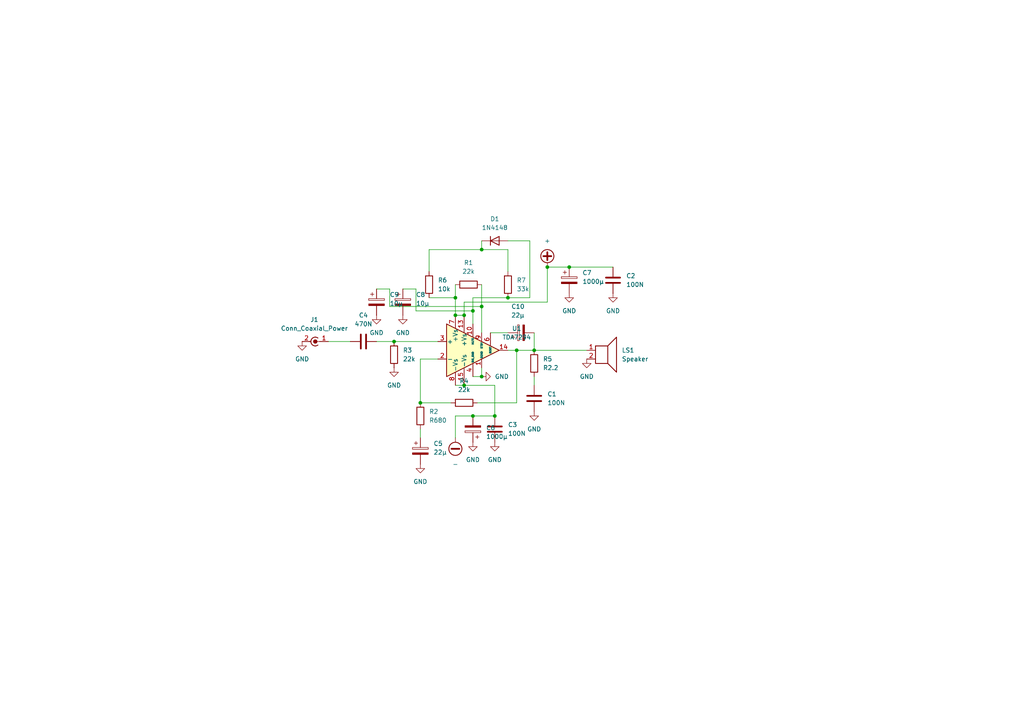
<source format=kicad_sch>
(kicad_sch (version 20231120) (generator "eeschema") (generator_version "8.0")
  (paper "A4")
  (lib_symbols
    (symbol "Amplifier_Audio:TDA7294" (pin_names (offset 0.127))
      (property "Reference" "U" (at 10.16 6.35 0))
      (property "Value" "TDA7294" (at 10.16 3.81 0))
      (symbol "TDA7294_0_1"
        (polyline (pts (xy -7.62 7.62) (xy 7.62 0) (xy -7.62 -7.62) (xy -7.62 7.62)) (stroke (width 0.254)) (fill (type background)))
      )
      (symbol "TDA7294_1_1"
        (pin power_in line (at 2.54 -5.08 90) (length 2.54) (name "SGND") (number "1"))
        (pin input line (at 0 7.62 270) (length 3.81) (name "MUTE") (number "10"))
        (pin no_connect line (at 0 2.54 270) (length 2.54) hide (name "NC") (number "11"))
        (pin no_connect line (at 2.54 2.54 270) (length 2.54) hide (name "NC") (number "12"))
        (pin power_in line (at -2.54 10.16 270) (length 5.08) (name "+Vs") (number "13"))
        (pin output line (at 10.16 0 180) (length 2.54) (name "~") (number "14"))
        (pin power_in line (at -2.54 -10.16 90) (length 5.08) (name "-Vs") (number "15"))
        (pin input line (at -10.16 -2.54 0) (length 2.54) (name "-") (number "2"))
        (pin input line (at -10.16 2.54 0) (length 2.54) (name "+") (number "3"))
        (pin power_in line (at 0 -7.62 90) (length 3.81) (name "SIG_GND") (number "4"))
        (pin no_connect line (at -2.54 2.54 270) (length 2.54) hide (name "NC") (number "5"))
        (pin passive line (at 5.08 5.08 270) (length 3.81) (name "BOOT") (number "6"))
        (pin power_in line (at -5.08 10.16 270) (length 3.81) (name "+Vs") (number "7"))
        (pin power_in line (at -5.08 -10.16 90) (length 3.81) (name "-Vs") (number "8"))
        (pin input line (at 2.54 5.08 270) (length 2.54) (name "STBY") (number "9"))
      )
    )
    (symbol "Connector:Conn_Coaxial_Power" (pin_names (offset 1.016) hide)
      (property "Reference" "J" (at -5.08 -1.27 90))
      (property "Value" "Conn_Coaxial_Power" (at -3.175 -1.27 90))
      (symbol "Conn_Coaxial_Power_0_1"
        (arc (start -1.27 -1.27) (mid 0 -2.5345) (end 1.27 -1.27) (stroke (width 0.254)))
        (arc (start -1.016 -0.508) (mid -1.2048 -0.8684) (end -1.27 -1.27) (stroke (width 0.254)))
        (circle (center 0 -1.27) (radius 0.508) (stroke (width 0.2032)) (fill (type outline)))
        (polyline (pts (xy 0 -2.54) (xy 0 -3.048)))
        (polyline (pts (xy 0 0) (xy 0 -1.27)))
        (arc (start 1.27 -1.27) (mid 1.2048 -0.8684) (end 1.016 -0.508) (stroke (width 0.254)))
      )
      (symbol "Conn_Coaxial_Power_1_1"
        (pin passive line (at 0 2.54 270) (length 2.54) (name "In") (number "1"))
        (pin passive line (at 0 -5.08 90) (length 2.54) (name "Ext") (number "2"))
      )
    )
    (symbol "Device:C" (pin_numbers hide) (pin_names (offset 0.254))
      (property "Reference" "C" (at 0.635 2.54 0))
      (property "Value" "C" (at 0.635 -2.54 0))
      (symbol "C_0_1"
        (polyline (pts (xy -2.032 -0.762) (xy 2.032 -0.762)) (stroke (width 0.508)))
        (polyline (pts (xy -2.032 0.762) (xy 2.032 0.762)) (stroke (width 0.508)))
      )
      (symbol "C_1_1"
        (pin passive line (at 0 3.81 270) (length 2.794) (name "~") (number "1"))
        (pin passive line (at 0 -3.81 90) (length 2.794) (name "~") (number "2"))
      )
    )
    (symbol "Device:C_Polarized" (pin_numbers hide) (pin_names (offset 0.254))
      (property "Reference" "C" (at 0.635 2.54 0))
      (property "Value" "C_Polarized" (at 0.635 -2.54 0))
      (symbol "C_Polarized_0_1"
        (rectangle (start -2.286 0.508) (end 2.286 1.016))
        (polyline (pts (xy -1.778 2.286) (xy -0.762 2.286)))
        (polyline (pts (xy -1.27 2.794) (xy -1.27 1.778)))
        (rectangle (start 2.286 -0.508) (end -2.286 -1.016) (fill (type outline)))
      )
      (symbol "C_Polarized_1_1"
        (pin passive line (at 0 3.81 270) (length 2.794) (name "~") (number "1"))
        (pin passive line (at 0 -3.81 90) (length 2.794) (name "~") (number "2"))
      )
    )
    (symbol "Device:R" (pin_numbers hide) (pin_names (offset 0))
      (property "Reference" "R" (at 2.032 0 90))
      (property "Value" "R" (at 0 0 90))
      (symbol "R_0_1"
        (rectangle (start -1.016 -2.54) (end 1.016 2.54) (stroke (width 0.254)))
      )
      (symbol "R_1_1"
        (pin passive line (at 0 3.81 270) (length 1.27) (name "~") (number "1"))
        (pin passive line (at 0 -3.81 90) (length 1.27) (name "~") (number "2"))
      )
    )
    (symbol "Device:Speaker" (pin_names (offset 0) hide)
      (property "Reference" "LS" (at 1.27 5.715 0))
      (property "Value" "Speaker" (at 1.27 3.81 0))
      (symbol "Speaker_0_0"
        (rectangle (start -2.54 1.27) (end 1.016 -3.81) (stroke (width 0.254)))
        (polyline (pts (xy 1.016 1.27) (xy 3.556 3.81) (xy 3.556 -6.35) (xy 1.016 -3.81)) (stroke (width 0.254)))
      )
      (symbol "Speaker_1_1"
        (pin input line (at -5.08 0 0) (length 2.54) (name "1") (number "1"))
        (pin input line (at -5.08 -2.54 0) (length 2.54) (name "2") (number "2"))
      )
    )
    (symbol "Diode:1N4148" (pin_numbers hide) (pin_names hide)
      (property "Reference" "D" (at 0 2.54 0))
      (property "Value" "1N4148" (at 0 -2.54 0))
      (symbol "1N4148_0_1"
        (polyline (pts (xy -1.27 1.27) (xy -1.27 -1.27)) (stroke (width 0.254)))
        (polyline (pts (xy 1.27 0) (xy -1.27 0)))
        (polyline (pts (xy 1.27 1.27) (xy 1.27 -1.27) (xy -1.27 0) (xy 1.27 1.27)) (stroke (width 0.254)))
      )
      (symbol "1N4148_1_1"
        (pin passive line (at -3.81 0 0) (length 2.54) (name "K") (number "1"))
        (pin passive line (at 3.81 0 180) (length 2.54) (name "A") (number "2"))
      )
    )
    (symbol "R_1" (pin_numbers hide) (pin_names (offset 0))
      (property "Reference" "R" (at 2.032 0 90))
      (property "Value" "R" (at 0 0 90))
      (symbol "R_1_0_1"
        (rectangle (start -1.016 -2.54) (end 1.016 2.54) (stroke (width 0.254)))
      )
      (symbol "R_1_1_1"
        (pin passive line (at 0 3.81 270) (length 1.27) (name "~") (number "1"))
        (pin passive line (at 0 -3.81 90) (length 1.27) (name "~") (number "2"))
      )
    )
    (symbol "power:+VDC" (power) (pin_numbers hide) (pin_names (offset 0) hide)
      (property "Value" "+VDC" (at 0 6.35 0))
      (symbol "+VDC_0_1"
        (polyline (pts (xy -1.143 3.175) (xy 1.143 3.175)) (stroke (width 0.508)))
        (polyline (pts (xy 0 0) (xy 0 1.27)))
        (polyline (pts (xy 0 2.032) (xy 0 4.318)) (stroke (width 0.508)))
        (circle (center 0 3.175) (radius 1.905) (stroke (width 0.254)))
      )
      (symbol "+VDC_1_1"
        (pin power_in line (at 0 0 90) (length 0) (name "~") (number "1"))
      )
    )
    (symbol "power:-VDC" (power) (pin_numbers hide) (pin_names (offset 0) hide)
      (property "Value" "-VDC" (at 0 6.35 0))
      (symbol "-VDC_0_1"
        (polyline (pts (xy -1.143 3.175) (xy 1.143 3.175)) (stroke (width 0.508)))
        (polyline (pts (xy 0 0) (xy 0 1.27)))
        (circle (center 0 3.175) (radius 1.905) (stroke (width 0.254)))
      )
      (symbol "-VDC_1_1"
        (pin power_in line (at 0 0 90) (length 0) (name "~") (number "1"))
      )
    )
    (symbol "power:GND" (power) (pin_numbers hide) (pin_names (offset 0) hide)
      (property "Value" "GND" (at 0 -3.81 0))
      (symbol "GND_0_1"
        (polyline (pts (xy 0 0) (xy 0 -1.27) (xy 1.27 -1.27) (xy 0 -2.54) (xy -1.27 -1.27) (xy 0 -1.27)))
      )
      (symbol "GND_1_1"
        (pin power_in line (at 0 0 270) (length 0) (name "~") (number "1"))
      )
    )
  )
  (junction (at 121.92 116.84))
  (junction (at 132.08 86.36))
  (junction (at 165.1 77.47))
  (junction (at 143.51 120.65))
  (junction (at 139.7 72.39))
  (junction (at 132.08 91.44))
  (junction (at 139.7 109.22))
  (junction (at 114.3 99.06))
  (junction (at 147.32 86.36))
  (junction (at 154.94 101.6))
  (junction (at 139.7 88.9))
  (junction (at 137.16 120.65))
  (junction (at 137.16 90.17))
  (junction (at 149.86 101.6))
  (junction (at 134.62 91.44))
  (junction (at 134.62 111.76))
  (junction (at 158.75 77.47))
  (wire (pts (xy 154.94 101.6) (xy 170.18 101.6)))
  (wire (pts (xy 132.08 82.55) (xy 132.08 86.36)))
  (wire (pts (xy 127 104.14) (xy 121.92 104.14)))
  (wire (pts (xy 132.08 120.65) (xy 137.16 120.65)))
  (wire (pts (xy 132.08 91.44) (xy 134.62 91.44)))
  (wire (pts (xy 147.32 72.39) (xy 139.7 72.39)))
  (wire (pts (xy 120.65 83.82) (xy 116.84 83.82)))
  (wire (pts (xy 165.1 77.47) (xy 177.8 77.47)))
  (wire (pts (xy 113.03 88.9) (xy 113.03 83.82)))
  (wire (pts (xy 139.7 109.22) (xy 139.7 106.68)))
  (wire (pts (xy 137.16 109.22) (xy 139.7 109.22)))
  (wire (pts (xy 132.08 86.36) (xy 132.08 91.44)))
  (wire (pts (xy 147.32 86.36) (xy 137.16 86.36)))
  (wire (pts (xy 134.62 87.63) (xy 158.75 87.63)))
  (wire (pts (xy 137.16 90.17) (xy 120.65 90.17)))
  (wire (pts (xy 109.22 99.06) (xy 114.3 99.06)))
  (wire (pts (xy 124.46 86.36) (xy 132.08 86.36)))
  (wire (pts (xy 142.24 96.52) (xy 147.32 96.52)))
  (wire (pts (xy 134.62 111.76) (xy 143.51 111.76)))
  (wire (pts (xy 153.67 69.85) (xy 153.67 86.36)))
  (wire (pts (xy 121.92 104.14) (xy 121.92 116.84)))
  (wire (pts (xy 147.32 78.74) (xy 147.32 72.39)))
  (wire (pts (xy 138.43 116.84) (xy 149.86 116.84)))
  (wire (pts (xy 139.7 88.9) (xy 113.03 88.9)))
  (wire (pts (xy 139.7 88.9) (xy 139.7 96.52)))
  (wire (pts (xy 147.32 69.85) (xy 153.67 69.85)))
  (wire (pts (xy 114.3 99.06) (xy 127 99.06)))
  (wire (pts (xy 132.08 111.76) (xy 134.62 111.76)))
  (wire (pts (xy 121.92 116.84) (xy 130.81 116.84)))
  (wire (pts (xy 137.16 90.17) (xy 137.16 93.98)))
  (wire (pts (xy 95.25 99.06) (xy 101.6 99.06)))
  (wire (pts (xy 139.7 69.85) (xy 139.7 72.39)))
  (wire (pts (xy 154.94 96.52) (xy 154.94 101.6)))
  (wire (pts (xy 134.62 91.44) (xy 134.62 87.63)))
  (wire (pts (xy 137.16 120.65) (xy 143.51 120.65)))
  (wire (pts (xy 154.94 109.22) (xy 154.94 111.76)))
  (wire (pts (xy 149.86 116.84) (xy 149.86 101.6)))
  (wire (pts (xy 143.51 111.76) (xy 143.51 120.65)))
  (wire (pts (xy 147.32 101.6) (xy 149.86 101.6)))
  (wire (pts (xy 139.7 72.39) (xy 124.46 72.39)))
  (wire (pts (xy 149.86 101.6) (xy 154.94 101.6)))
  (wire (pts (xy 137.16 86.36) (xy 137.16 90.17)))
  (wire (pts (xy 121.92 124.46) (xy 121.92 127)))
  (wire (pts (xy 158.75 77.47) (xy 165.1 77.47)))
  (wire (pts (xy 124.46 72.39) (xy 124.46 78.74)))
  (wire (pts (xy 158.75 87.63) (xy 158.75 77.47)))
  (wire (pts (xy 120.65 90.17) (xy 120.65 83.82)))
  (wire (pts (xy 153.67 86.36) (xy 147.32 86.36)))
  (wire (pts (xy 113.03 83.82) (xy 109.22 83.82)))
  (wire (pts (xy 139.7 82.55) (xy 139.7 88.9)))
  (wire (pts (xy 132.08 127) (xy 132.08 120.65)))
  (symbol (lib_id "power:GND") (at 170.18 104.14 0) (unit 1)
    (property "Reference" "#PWR04" (effects (hide yes)))
    (property "Value" "GND" (at 170.18 109.22 0))
    (property "Description" "Power symbol creates a global label with name \"GND\" , ground" (effects (hide yes)))
  )
  (symbol (lib_id "power:GND") (at 139.7 109.22 90) (unit 1)
    (property "Reference" "#PWR014" (effects (hide yes)))
    (property "Value" "GND" (at 143.51 109.2199 90) (effects (justify right)))
    (property "Description" "Power symbol creates a global label with name \"GND\" , ground" (effects (hide yes)))
  )
  (symbol (lib_id "Device:C_Polarized") (at 137.16 124.46 180) (unit 1)
    (property "Reference" "C6" (at 140.97 124.0789 0) (effects (justify right)))
    (property "Value" "1000µ" (at 140.97 126.6189 0) (effects (justify right)))
    (property "Footprint" "Capacitor_THT:CP_Radial_D16.0mm_P7.50mm" (effects (hide yes)))
    (property "Description" "Polarized capacitor" (effects (hide yes)))
  )
  (symbol (lib_id "power:GND") (at 109.22 91.44 0) (unit 1)
    (property "Reference" "#PWR08" (effects (hide yes)))
    (property "Value" "GND" (at 109.22 96.52 0))
    (property "Description" "Power symbol creates a global label with name \"GND\" , ground" (effects (hide yes)))
  )
  (symbol (lib_name "R_1") (lib_id "Device:R") (at 124.46 82.55 180) (unit 1)
    (property "Reference" "R6" (at 127 81.2799 0) (effects (justify right)))
    (property "Value" "10k" (at 127 83.8199 0) (effects (justify right)))
    (property "Footprint" "Resistor_THT:R_Axial_DIN0414_L11.9mm_D4.5mm_P15.24mm_Horizontal" (effects (hide yes)))
    (property "Description" "Resistor" (effects (hide yes)))
  )
  (symbol (lib_id "Device:C_Polarized") (at 165.1 81.28 0) (unit 1)
    (property "Reference" "C7" (at 168.91 79.1209 0) (effects (justify left)))
    (property "Value" "1000µ" (at 168.91 81.6609 0) (effects (justify left)))
    (property "Footprint" "Capacitor_THT:CP_Radial_D16.0mm_P7.50mm" (effects (hide yes)))
    (property "Description" "Polarized capacitor" (effects (hide yes)))
  )
  (symbol (lib_id "Device:C_Polarized") (at 121.92 130.81 0) (unit 1)
    (property "Reference" "C5" (at 125.73 128.6509 0) (effects (justify left)))
    (property "Value" "22µ" (at 125.73 131.1909 0) (effects (justify left)))
    (property "Footprint" "Capacitor_THT:CP_Axial_L10.0mm_D6.0mm_P15.00mm_Horizontal" (effects (hide yes)))
    (property "Description" "Polarized capacitor" (effects (hide yes)))
  )
  (symbol (lib_id "Device:C") (at 105.41 99.06 90) (unit 1)
    (property "Reference" "C4" (at 105.41 91.44 90))
    (property "Value" "470N" (at 105.41 93.98 90))
    (property "Footprint" "Capacitor_SMD:C_1206_3216Metric_Pad1.33x1.80mm_HandSolder" (effects (hide yes)))
    (property "Description" "Unpolarized capacitor" (effects (hide yes)))
  )
  (symbol (lib_id "power:+VDC") (at 158.75 77.47 0) (unit 1)
    (property "Reference" "#PWR012" (effects (hide yes)))
    (property "Value" "+" (at 158.75 69.85 0))
    (property "Description" "Power symbol creates a global label with name \"+VDC\"" (effects (hide yes)))
  )
  (symbol (lib_id "Device:R") (at 114.3 102.87 180) (unit 1)
    (property "Reference" "R3" (at 116.84 101.5999 0) (effects (justify right)))
    (property "Value" "22k" (at 116.84 104.1399 0) (effects (justify right)))
    (property "Footprint" "Resistor_THT:R_Axial_DIN0414_L11.9mm_D4.5mm_P15.24mm_Horizontal" (effects (hide yes)))
    (property "Description" "Resistor" (effects (hide yes)))
  )
  (symbol (lib_id "power:GND") (at 177.8 85.09 0) (unit 1)
    (property "Reference" "#PWR011" (effects (hide yes)))
    (property "Value" "GND" (at 177.8 90.17 0))
    (property "Description" "Power symbol creates a global label with name \"GND\" , ground" (effects (hide yes)))
  )
  (symbol (lib_id "power:GND") (at 165.1 85.09 0) (unit 1)
    (property "Reference" "#PWR010" (effects (hide yes)))
    (property "Value" "GND" (at 165.1 90.17 0))
    (property "Description" "Power symbol creates a global label with name \"GND\" , ground" (effects (hide yes)))
  )
  (symbol (lib_id "Device:Speaker") (at 175.26 101.6 0) (unit 1)
    (property "Reference" "LS1" (at 180.34 101.5999 0) (effects (justify left)))
    (property "Value" "Speaker" (at 180.34 104.1399 0) (effects (justify left)))
    (property "Footprint" "TerminalBlock_Phoenix:TerminalBlock_Phoenix_MKDS-1,5-2-5.08_1x02_P5.08mm_Horizontal" (effects (hide yes)))
    (property "Description" "Speaker" (effects (hide yes)))
  )
  (symbol (lib_id "Device:C") (at 154.94 115.57 0) (unit 1)
    (property "Reference" "C1" (at 158.75 114.2999 0) (effects (justify left)))
    (property "Value" "100N" (at 158.75 116.8399 0) (effects (justify left)))
    (property "Footprint" "Capacitor_SMD:C_1206_3216Metric_Pad1.33x1.80mm_HandSolder" (effects (hide yes)))
    (property "Description" "Unpolarized capacitor" (effects (hide yes)))
  )
  (symbol (lib_id "Device:R") (at 147.32 82.55 0) (unit 1)
    (property "Reference" "R7" (at 149.86 81.2799 0) (effects (justify left)))
    (property "Value" "33k" (at 149.86 83.8199 0) (effects (justify left)))
    (property "Footprint" "Resistor_THT:R_Axial_DIN0414_L11.9mm_D4.5mm_P15.24mm_Horizontal" (effects (hide yes)))
    (property "Description" "Resistor" (effects (hide yes)))
  )
  (symbol (lib_id "power:GND") (at 137.16 128.27 0) (unit 1)
    (property "Reference" "#PWR06" (effects (hide yes)))
    (property "Value" "GND" (at 137.16 133.35 0))
    (property "Description" "Power symbol creates a global label with name \"GND\" , ground" (effects (hide yes)))
  )
  (symbol (lib_id "power:GND") (at 154.94 119.38 0) (unit 1)
    (property "Reference" "#PWR03" (effects (hide yes)))
    (property "Value" "GND" (at 154.94 124.46 0))
    (property "Description" "Power symbol creates a global label with name \"GND\" , ground" (effects (hide yes)))
  )
  (symbol (lib_id "Device:C_Polarized") (at 116.84 87.63 0) (unit 1)
    (property "Reference" "C8" (at 120.65 85.4709 0) (effects (justify left)))
    (property "Value" "10µ" (at 120.65 88.0109 0) (effects (justify left)))
    (property "Footprint" "Capacitor_THT:CP_Radial_D16.0mm_P7.50mm" (effects (hide yes)))
    (property "Description" "Polarized capacitor" (effects (hide yes)))
  )
  (symbol (lib_id "Device:C_Polarized") (at 151.13 96.52 90) (unit 1)
    (property "Reference" "C10" (at 150.241 88.9 90))
    (property "Value" "22µ" (at 150.241 91.44 90))
    (property "Footprint" "Capacitor_THT:CP_Axial_L10.0mm_D6.0mm_P15.00mm_Horizontal" (effects (hide yes)))
    (property "Description" "Polarized capacitor" (effects (hide yes)))
  )
  (symbol (lib_id "power:GND") (at 114.3 106.68 0) (unit 1)
    (property "Reference" "#PWR013" (effects (hide yes)))
    (property "Value" "GND" (at 114.3 111.76 0))
    (property "Description" "Power symbol creates a global label with name \"GND\" , ground" (effects (hide yes)))
  )
  (symbol (lib_id "power:GND") (at 87.63 99.06 0) (unit 1)
    (property "Reference" "#PWR01" (effects (hide yes)))
    (property "Value" "GND" (at 87.63 104.14 0))
    (property "Description" "Power symbol creates a global label with name \"GND\" , ground" (effects (hide yes)))
  )
  (symbol (lib_id "power:GND") (at 116.84 91.44 0) (unit 1)
    (property "Reference" "#PWR09" (effects (hide yes)))
    (property "Value" "GND" (at 116.84 96.52 0))
    (property "Description" "Power symbol creates a global label with name \"GND\" , ground" (effects (hide yes)))
  )
  (symbol (lib_id "Device:C") (at 143.51 124.46 0) (unit 1)
    (property "Reference" "C3" (at 147.32 123.1899 0) (effects (justify left)))
    (property "Value" "100N" (at 147.32 125.7299 0) (effects (justify left)))
    (property "Footprint" "Capacitor_SMD:C_1206_3216Metric_Pad1.33x1.80mm_HandSolder" (effects (hide yes)))
    (property "Description" "Unpolarized capacitor" (effects (hide yes)))
  )
  (symbol (lib_id "power:GND") (at 121.92 134.62 0) (unit 1)
    (property "Reference" "#PWR02" (effects (hide yes)))
    (property "Value" "GND" (at 121.92 139.7 0))
    (property "Description" "Power symbol creates a global label with name \"GND\" , ground" (effects (hide yes)))
  )
  (symbol (lib_id "Device:R") (at 134.62 116.84 270) (unit 1)
    (property "Reference" "R4" (at 134.62 110.49 90))
    (property "Value" "22k" (at 134.62 113.03 90))
    (property "Footprint" "Resistor_THT:R_Axial_DIN0414_L11.9mm_D4.5mm_P15.24mm_Horizontal" (effects (hide yes)))
    (property "Description" "Resistor" (effects (hide yes)))
  )
  (symbol (lib_id "Connector:Conn_Coaxial_Power") (at 92.71 99.06 270) (unit 1)
    (property "Reference" "J1" (at 91.186 92.71 90))
    (property "Value" "Conn_Coaxial_Power" (at 91.186 95.25 90))
    (property "Footprint" "KiCad:PJ202AH" (effects (hide yes)))
    (property "Description" "coaxial connector (BNC, SMA, SMB, SMC, Cinch/RCA, LEMO, ...)" (effects (hide yes)))
  )
  (symbol (lib_id "power:GND") (at 143.51 128.27 0) (unit 1)
    (property "Reference" "#PWR05" (effects (hide yes)))
    (property "Value" "GND" (at 143.51 133.35 0))
    (property "Description" "Power symbol creates a global label with name \"GND\" , ground" (effects (hide yes)))
  )
  (symbol (lib_id "Device:R") (at 135.89 82.55 90) (unit 1)
    (property "Reference" "R1" (at 135.89 76.2 90))
    (property "Value" "22k" (at 135.89 78.74 90))
    (property "Footprint" "Resistor_THT:R_Axial_DIN0414_L11.9mm_D4.5mm_P15.24mm_Horizontal" (effects (hide yes)))
    (property "Description" "Resistor" (effects (hide yes)))
  )
  (symbol (lib_id "Amplifier_Audio:TDA7294") (at 137.16 101.6 0) (unit 1)
    (property "Reference" "U1" (at 149.86 95.2814 0))
    (property "Value" "TDA7294" (at 149.86 97.8214 0))
    (property "Footprint" "Package_TO_SOT_THT:TO-220-15_P2.54x2.54mm_StaggerOdd_Lead4.58mm_Vertical" (effects (hide yes)))
    (property "Datasheet" "http://www.st.com/resource/en/datasheet/tda7294.pdf" (effects (hide yes)))
    (property "Description" "100V - 100W DMOS Audio Amplifier with Mute/St-by, TO-220-15" (effects (hide yes)))
  )
  (symbol (lib_id "Diode:1N4148") (at 143.51 69.85 0) (unit 1)
    (property "Reference" "D1" (at 143.51 63.5 0))
    (property "Value" "1N4148" (at 143.51 66.04 0))
    (property "Footprint" "Diode_THT:D_DO-35_SOD27_P7.62mm_Horizontal" (effects (hide yes)))
    (property "Datasheet" "https://assets.nexperia.com/documents/data-sheet/1N4148_1N4448.pdf" (effects (hide yes)))
    (property "Description" "100V 0.15A standard switching diode, DO-35" (effects (hide yes)))
    (property "Sim.Device" "D" (effects (hide yes)))
    (property "Sim.Pins" "1=K 2=A" (effects (hide yes)))
  )
  (symbol (lib_id "Device:R") (at 121.92 120.65 180) (unit 1)
    (property "Reference" "R2" (at 124.46 119.3799 0) (effects (justify right)))
    (property "Value" "R680" (at 124.46 121.9199 0) (effects (justify right)))
    (property "Footprint" "Resistor_THT:R_Axial_DIN0414_L11.9mm_D4.5mm_P15.24mm_Horizontal" (effects (hide yes)))
    (property "Description" "Resistor" (effects (hide yes)))
  )
  (symbol (lib_id "Device:C_Polarized") (at 109.22 87.63 0) (unit 1)
    (property "Reference" "C9" (at 113.03 85.4709 0) (effects (justify left)))
    (property "Value" "10µ" (at 113.03 88.0109 0) (effects (justify left)))
    (property "Footprint" "Capacitor_THT:CP_Radial_D16.0mm_P7.50mm" (effects (hide yes)))
    (property "Description" "Polarized capacitor" (effects (hide yes)))
  )
  (symbol (lib_id "power:-VDC") (at 132.08 127 180) (unit 1)
    (property "Reference" "#PWR07" (effects (hide yes)))
    (property "Value" "-" (at 132.08 134.62 0))
    (property "Description" "Power symbol creates a global label with name \"-VDC\"" (effects (hide yes)))
  )
  (symbol (lib_id "Device:R") (at 154.94 105.41 0) (unit 1)
    (property "Reference" "R5" (at 157.48 104.1399 0) (effects (justify left)))
    (property "Value" "R2.2" (at 157.48 106.6799 0) (effects (justify left)))
    (property "Footprint" "Resistor_THT:R_Axial_DIN0414_L11.9mm_D4.5mm_P15.24mm_Horizontal" (effects (hide yes)))
    (property "Description" "Resistor" (effects (hide yes)))
  )
  (symbol (lib_id "Device:C") (at 177.8 81.28 0) (unit 1)
    (property "Reference" "C2" (at 181.61 80.0099 0) (effects (justify left)))
    (property "Value" "100N" (at 181.61 82.5499 0) (effects (justify left)))
    (property "Footprint" "Capacitor_SMD:C_1206_3216Metric_Pad1.33x1.80mm_HandSolder" (effects (hide yes)))
    (property "Description" "Unpolarized capacitor" (effects (hide yes)))
  )
)
</source>
